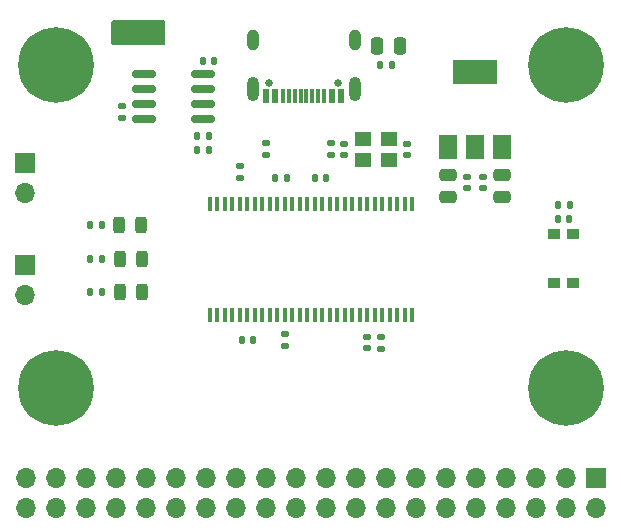
<source format=gbr>
%TF.GenerationSoftware,KiCad,Pcbnew,6.0.11-2627ca5db0~126~ubuntu20.04.1*%
%TF.CreationDate,2023-02-28T17:49:05+07:00*%
%TF.ProjectId,CY7C68013A-56-SSOP,43593743-3638-4303-9133-412d35362d53,rev?*%
%TF.SameCoordinates,Original*%
%TF.FileFunction,Soldermask,Top*%
%TF.FilePolarity,Negative*%
%FSLAX46Y46*%
G04 Gerber Fmt 4.6, Leading zero omitted, Abs format (unit mm)*
G04 Created by KiCad (PCBNEW 6.0.11-2627ca5db0~126~ubuntu20.04.1) date 2023-02-28 17:49:05*
%MOMM*%
%LPD*%
G01*
G04 APERTURE LIST*
G04 Aperture macros list*
%AMRoundRect*
0 Rectangle with rounded corners*
0 $1 Rounding radius*
0 $2 $3 $4 $5 $6 $7 $8 $9 X,Y pos of 4 corners*
0 Add a 4 corners polygon primitive as box body*
4,1,4,$2,$3,$4,$5,$6,$7,$8,$9,$2,$3,0*
0 Add four circle primitives for the rounded corners*
1,1,$1+$1,$2,$3*
1,1,$1+$1,$4,$5*
1,1,$1+$1,$6,$7*
1,1,$1+$1,$8,$9*
0 Add four rect primitives between the rounded corners*
20,1,$1+$1,$2,$3,$4,$5,0*
20,1,$1+$1,$4,$5,$6,$7,0*
20,1,$1+$1,$6,$7,$8,$9,0*
20,1,$1+$1,$8,$9,$2,$3,0*%
G04 Aperture macros list end*
%ADD10R,1.500000X2.000000*%
%ADD11R,3.800000X2.000000*%
%ADD12RoundRect,0.140000X-0.140000X-0.170000X0.140000X-0.170000X0.140000X0.170000X-0.140000X0.170000X0*%
%ADD13RoundRect,0.135000X0.185000X-0.135000X0.185000X0.135000X-0.185000X0.135000X-0.185000X-0.135000X0*%
%ADD14RoundRect,0.140000X-0.170000X0.140000X-0.170000X-0.140000X0.170000X-0.140000X0.170000X0.140000X0*%
%ADD15C,0.800000*%
%ADD16C,6.400000*%
%ADD17RoundRect,0.250000X0.250000X0.475000X-0.250000X0.475000X-0.250000X-0.475000X0.250000X-0.475000X0*%
%ADD18R,1.700000X1.700000*%
%ADD19O,1.700000X1.700000*%
%ADD20RoundRect,0.243750X0.243750X0.456250X-0.243750X0.456250X-0.243750X-0.456250X0.243750X-0.456250X0*%
%ADD21RoundRect,0.135000X0.135000X0.185000X-0.135000X0.185000X-0.135000X-0.185000X0.135000X-0.185000X0*%
%ADD22RoundRect,0.250000X-0.475000X0.250000X-0.475000X-0.250000X0.475000X-0.250000X0.475000X0.250000X0*%
%ADD23R,1.400000X1.200000*%
%ADD24RoundRect,0.140000X0.140000X0.170000X-0.140000X0.170000X-0.140000X-0.170000X0.140000X-0.170000X0*%
%ADD25RoundRect,0.140000X0.170000X-0.140000X0.170000X0.140000X-0.170000X0.140000X-0.170000X-0.140000X0*%
%ADD26R,1.000000X0.900000*%
%ADD27RoundRect,0.135000X-0.135000X-0.185000X0.135000X-0.185000X0.135000X0.185000X-0.135000X0.185000X0*%
%ADD28R,0.400000X1.200000*%
%ADD29C,0.650000*%
%ADD30R,0.600000X1.240000*%
%ADD31R,0.300000X1.240000*%
%ADD32O,1.000000X2.100000*%
%ADD33O,1.000000X1.800000*%
%ADD34RoundRect,0.150000X-0.825000X-0.150000X0.825000X-0.150000X0.825000X0.150000X-0.825000X0.150000X0*%
G04 APERTURE END LIST*
D10*
%TO.C,U3*%
X152335200Y-90424400D03*
X154635200Y-90424400D03*
D11*
X154635200Y-84124400D03*
D10*
X156935200Y-90424400D03*
%TD*%
D12*
%TO.C,C12*%
X141074200Y-93065600D03*
X142034200Y-93065600D03*
%TD*%
D13*
%TO.C,R1*%
X124739400Y-87962200D03*
X124739400Y-86942200D03*
%TD*%
D10*
%TO.C,U3*%
X152335200Y-90424400D03*
X154635200Y-90424400D03*
D11*
X154635200Y-84124400D03*
D10*
X156935200Y-90424400D03*
%TD*%
D14*
%TO.C,C11*%
X145517400Y-106526600D03*
X145517400Y-107486600D03*
%TD*%
D13*
%TO.C,R9*%
X142470200Y-91174200D03*
X142470200Y-90154200D03*
%TD*%
D15*
%TO.C,H2*%
X119171800Y-85889324D03*
X117474744Y-85186380D03*
X121571800Y-83489324D03*
X116771800Y-83489324D03*
X120868856Y-81792268D03*
D16*
X119171800Y-83489324D03*
D15*
X117474744Y-81792268D03*
X119171800Y-81089324D03*
X120868856Y-85186380D03*
%TD*%
D13*
%TO.C,R10*%
X136970200Y-91174200D03*
X136970200Y-90154200D03*
%TD*%
D16*
%TO.C,H4*%
X119171800Y-110885200D03*
D15*
X117474744Y-109188144D03*
X119171800Y-113285200D03*
X120868856Y-112582256D03*
X117474744Y-112582256D03*
X119171800Y-108485200D03*
X116771800Y-110885200D03*
X121571800Y-110885200D03*
X120868856Y-109188144D03*
%TD*%
D14*
%TO.C,C5*%
X153949400Y-92992000D03*
X153949400Y-93952000D03*
%TD*%
D17*
%TO.C,C15*%
X148270200Y-81914200D03*
X146370200Y-81914200D03*
%TD*%
D18*
%TO.C,J1*%
X116535200Y-91816000D03*
D19*
X116535200Y-94356000D03*
%TD*%
D15*
%TO.C,H3*%
X159951800Y-83489324D03*
X160654744Y-85186380D03*
X164751800Y-83489324D03*
X162351800Y-85889324D03*
X164048856Y-81792268D03*
D16*
X162351800Y-83489324D03*
D15*
X160654744Y-81792268D03*
X162351800Y-81089324D03*
X164048856Y-85186380D03*
%TD*%
D18*
%TO.C,J2*%
X116535200Y-100452000D03*
D19*
X116535200Y-102992000D03*
%TD*%
D20*
%TO.C,D3*%
X126411900Y-97069240D03*
X124536900Y-97069240D03*
%TD*%
D21*
%TO.C,R8*%
X147630200Y-83534200D03*
X146610200Y-83534200D03*
%TD*%
D18*
%TO.C,J4*%
X164891800Y-118505200D03*
D19*
X164891800Y-121045200D03*
X162351800Y-118505200D03*
X162351800Y-121045200D03*
X159811800Y-118505200D03*
X159811800Y-121045200D03*
X157271800Y-118505200D03*
X157271800Y-121045200D03*
X154731800Y-118505200D03*
X154731800Y-121045200D03*
X152191800Y-118505200D03*
X152191800Y-121045200D03*
X149651800Y-118505200D03*
X149651800Y-121045200D03*
X147111800Y-118505200D03*
X147111800Y-121045200D03*
X144571800Y-118505200D03*
X144571800Y-121045200D03*
X142031800Y-118505200D03*
X142031800Y-121045200D03*
X139491800Y-118505200D03*
X139491800Y-121045200D03*
X136951800Y-118505200D03*
X136951800Y-121045200D03*
X134411800Y-118505200D03*
X134411800Y-121045200D03*
X131871800Y-118505200D03*
X131871800Y-121045200D03*
X129331800Y-118505200D03*
X129331800Y-121045200D03*
X126791800Y-118505200D03*
X126791800Y-121045200D03*
X124251800Y-118505200D03*
X124251800Y-121045200D03*
X121711800Y-118505200D03*
X121711800Y-121045200D03*
X119171800Y-118505200D03*
X119171800Y-121045200D03*
X116631800Y-118505200D03*
X116631800Y-121045200D03*
%TD*%
D12*
%TO.C,C9*%
X134902000Y-106781600D03*
X135862000Y-106781600D03*
%TD*%
D22*
%TO.C,C1*%
X156935200Y-92801400D03*
X156935200Y-94701400D03*
%TD*%
D20*
%TO.C,D1*%
X126442700Y-102758840D03*
X124567700Y-102758840D03*
%TD*%
D21*
%TO.C,R3*%
X132107400Y-89535000D03*
X131087400Y-89535000D03*
%TD*%
D23*
%TO.C,Y1*%
X147345200Y-89814200D03*
X145145200Y-89814200D03*
X145145200Y-91514200D03*
X147345200Y-91514200D03*
%TD*%
D13*
%TO.C,R11*%
X146670200Y-107524200D03*
X146670200Y-106504200D03*
%TD*%
D24*
%TO.C,C6*%
X138706800Y-93065600D03*
X137746800Y-93065600D03*
%TD*%
D14*
%TO.C,C2*%
X155321000Y-92989400D03*
X155321000Y-93949400D03*
%TD*%
D15*
%TO.C,H1*%
X162351800Y-108485200D03*
D16*
X162351800Y-110885200D03*
D15*
X162351800Y-113285200D03*
X160654744Y-109188144D03*
X160654744Y-112582256D03*
X159951800Y-110885200D03*
X164048856Y-112582256D03*
X164751800Y-110885200D03*
X164048856Y-109188144D03*
%TD*%
D21*
%TO.C,R5*%
X162663600Y-95377000D03*
X161643600Y-95377000D03*
%TD*%
D25*
%TO.C,C4*%
X148895200Y-90184200D03*
X148895200Y-91144200D03*
%TD*%
D26*
%TO.C,SW1*%
X161353600Y-97848200D03*
X161353600Y-101948200D03*
X162953600Y-97848200D03*
X162953600Y-101948200D03*
%TD*%
D27*
%TO.C,R4*%
X122035200Y-102764200D03*
X123055200Y-102764200D03*
%TD*%
D21*
%TO.C,R7*%
X123055200Y-97074200D03*
X122035200Y-97074200D03*
%TD*%
D28*
%TO.C,U1*%
X149339300Y-95249000D03*
X148704300Y-95249000D03*
X148069300Y-95249000D03*
X147434300Y-95249000D03*
X146799300Y-95249000D03*
X146164300Y-95249000D03*
X145529300Y-95249000D03*
X144894300Y-95249000D03*
X144259300Y-95249000D03*
X143624300Y-95249000D03*
X142989300Y-95249000D03*
X142354300Y-95249000D03*
X141719300Y-95249000D03*
X141084300Y-95249000D03*
X140449300Y-95249000D03*
X139814300Y-95249000D03*
X139179300Y-95249000D03*
X138544300Y-95249000D03*
X137909300Y-95249000D03*
X137274300Y-95249000D03*
X136639300Y-95249000D03*
X136004300Y-95249000D03*
X135369300Y-95249000D03*
X134734300Y-95249000D03*
X134099300Y-95249000D03*
X133464300Y-95249000D03*
X132829300Y-95249000D03*
X132194300Y-95249000D03*
X132194300Y-104649000D03*
X132829300Y-104649000D03*
X133464300Y-104649000D03*
X134099300Y-104649000D03*
X134734300Y-104649000D03*
X135369300Y-104649000D03*
X136004300Y-104649000D03*
X136639300Y-104649000D03*
X137274300Y-104649000D03*
X137909300Y-104649000D03*
X138544300Y-104649000D03*
X139179300Y-104649000D03*
X139814300Y-104649000D03*
X140449300Y-104649000D03*
X141084300Y-104649000D03*
X141719300Y-104649000D03*
X142354300Y-104649000D03*
X142989300Y-104649000D03*
X143624300Y-104649000D03*
X144259300Y-104649000D03*
X144894300Y-104649000D03*
X145529300Y-104649000D03*
X146164300Y-104649000D03*
X146799300Y-104649000D03*
X147434300Y-104649000D03*
X148069300Y-104649000D03*
X148704300Y-104649000D03*
X149339300Y-104649000D03*
%TD*%
D12*
%TO.C,C10*%
X131597400Y-83185000D03*
X132557400Y-83185000D03*
%TD*%
D24*
%TO.C,C13*%
X162633600Y-96520000D03*
X161673600Y-96520000D03*
%TD*%
D21*
%TO.C,R2*%
X132107400Y-90703400D03*
X131087400Y-90703400D03*
%TD*%
D14*
%TO.C,C3*%
X143570200Y-91144200D03*
X143570200Y-90184200D03*
%TD*%
%TO.C,C7*%
X138531600Y-106301600D03*
X138531600Y-107261600D03*
%TD*%
D29*
%TO.C,J5*%
X137241800Y-85059200D03*
X143021800Y-85059200D03*
D30*
X143331800Y-86179200D03*
X142531800Y-86179200D03*
D31*
X141381800Y-86179200D03*
X140381800Y-86179200D03*
X139881800Y-86179200D03*
X138881800Y-86179200D03*
D30*
X137731800Y-86179200D03*
X136931800Y-86179200D03*
X136931800Y-86179200D03*
X137731800Y-86179200D03*
D31*
X138381800Y-86179200D03*
X139381800Y-86179200D03*
X140881800Y-86179200D03*
X141881800Y-86179200D03*
D30*
X142531800Y-86179200D03*
X143331800Y-86179200D03*
D32*
X144451800Y-85579200D03*
X135811800Y-85579200D03*
D33*
X135811800Y-81379200D03*
X144451800Y-81379200D03*
%TD*%
D21*
%TO.C,R6*%
X123055200Y-99924200D03*
X122035200Y-99924200D03*
%TD*%
D34*
%TO.C,U2*%
X126658600Y-84302600D03*
X126658600Y-85572600D03*
X126658600Y-86842600D03*
X126658600Y-88112600D03*
X131608600Y-88112600D03*
X131608600Y-86842600D03*
X131608600Y-85572600D03*
X131608600Y-84302600D03*
%TD*%
D25*
%TO.C,C14*%
X134747000Y-93065600D03*
X134747000Y-92105600D03*
%TD*%
D22*
%TO.C,C8*%
X152335200Y-92801400D03*
X152335200Y-94701400D03*
%TD*%
D20*
%TO.C,D2*%
X126442700Y-99924200D03*
X124567700Y-99924200D03*
%TD*%
G36*
X128387321Y-79759202D02*
G01*
X128433814Y-79812858D01*
X128445200Y-79865200D01*
X128445200Y-81663200D01*
X128425198Y-81731321D01*
X128371542Y-81777814D01*
X128319200Y-81789200D01*
X123996200Y-81789200D01*
X123928079Y-81769198D01*
X123881586Y-81715542D01*
X123870200Y-81663200D01*
X123870200Y-79865200D01*
X123890202Y-79797079D01*
X123943858Y-79750586D01*
X123996200Y-79739200D01*
X128319200Y-79739200D01*
X128387321Y-79759202D01*
G37*
M02*

</source>
